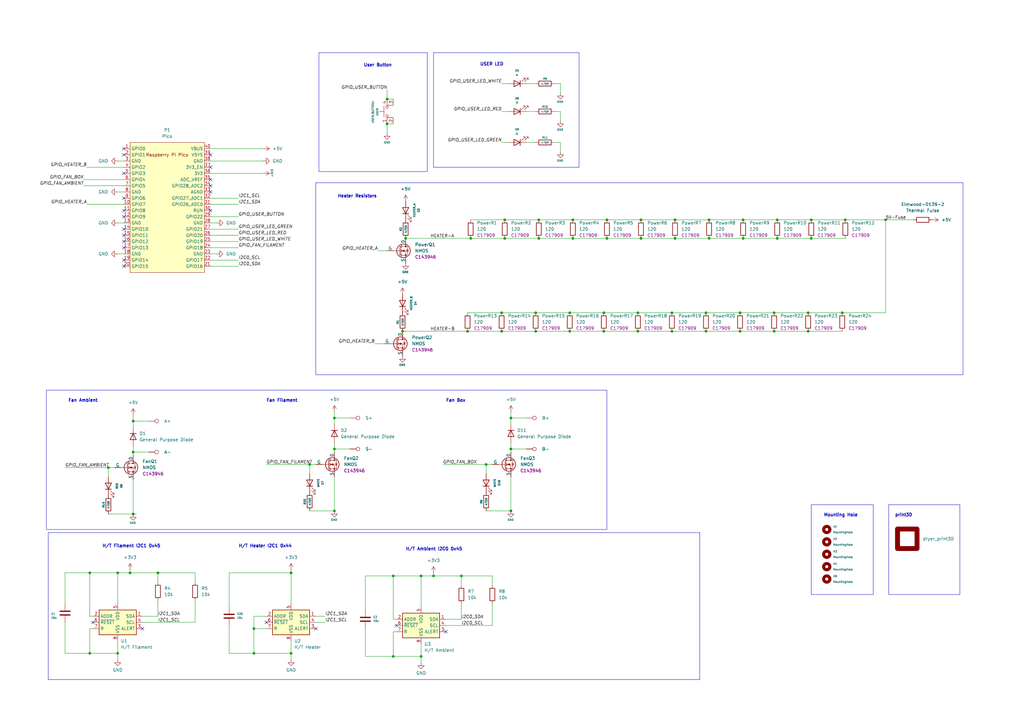
<source format=kicad_sch>
(kicad_sch (version 20230121) (generator eeschema)
  (paper "A3")
  (title_block (title "2023_filament_dryer") (date "2023-10-20") (rev "v1.1") (company "Salami Brother") (comment 1 "Released under MIT Open-source License"))
  (junction (at 233.68 128.27))
  (junction (at 346.71 90.17))
  (junction (at 36.83 267.97))
  (junction (at 36.83 234.95))
  (junction (at 172.72 269.24))
  (junction (at 44.45 191.77))
  (junction (at 289.56 135.89))
  (junction (at 161.29 236.22))
  (junction (at 247.65 135.89))
  (junction (at 220.98 97.79))
  (junction (at 205.74 128.27))
  (junction (at 345.44 128.27))
  (junction (at 177.8 236.22))
  (junction (at 53.34 234.95))
  (junction (at 276.86 97.79))
  (junction (at 209.55 171.45))
  (junction (at 331.47 128.27))
  (junction (at 207.01 90.17))
  (junction (at 191.77 135.89))
  (junction (at 48.26 267.97))
  (junction (at 199.39 190.5))
  (junction (at 158.75 50.8))
  (junction (at 318.77 90.17))
  (junction (at 207.01 97.79))
  (junction (at 332.74 97.79))
  (junction (at 193.04 97.79))
  (junction (at 275.59 135.89))
  (junction (at 289.56 128.27))
  (junction (at 276.86 90.17))
  (junction (at 189.23 236.22))
  (junction (at 158.75 40.64))
  (junction (at 165.1 135.89))
  (junction (at 290.83 97.79))
  (junction (at 161.29 269.24))
  (junction (at 220.98 90.17))
  (junction (at 234.95 97.79))
  (junction (at 248.92 90.17))
  (junction (at 219.71 135.89))
  (junction (at 137.16 171.45))
  (junction (at 137.16 209.55))
  (junction (at 64.77 234.95))
  (junction (at 247.65 128.27))
  (junction (at 275.59 128.27))
  (junction (at 317.5 135.89))
  (junction (at 48.26 234.95))
  (junction (at 262.89 90.17))
  (junction (at 290.83 90.17))
  (junction (at 234.95 90.17))
  (junction (at 54.61 210.82))
  (junction (at 248.92 97.79))
  (junction (at 119.38 234.95))
  (junction (at 332.74 90.17))
  (junction (at 166.37 97.79))
  (junction (at 54.61 172.72))
  (junction (at 304.8 97.79))
  (junction (at 104.14 267.97))
  (junction (at 209.55 209.55))
  (junction (at 303.53 135.89))
  (junction (at 137.16 184.15))
  (junction (at 331.47 135.89))
  (junction (at 262.89 97.79))
  (junction (at 54.61 185.42))
  (junction (at 119.38 267.97))
  (junction (at 303.53 128.27))
  (junction (at 127 190.5))
  (junction (at 261.62 135.89))
  (junction (at 233.68 135.89))
  (junction (at 172.72 236.22))
  (junction (at 104.14 257.81))
  (junction (at 219.71 128.27))
  (junction (at 317.5 128.27))
  (junction (at 261.62 128.27))
  (junction (at 363.22 90.17))
  (junction (at 304.8 90.17))
  (junction (at 318.77 97.79))
  (junction (at 205.74 135.89))
  (junction (at 209.55 184.15))
  (no_connect (at 38.1 255.27))
  (no_connect (at 50.8 60.96))
  (no_connect (at 50.8 88.9))
  (no_connect (at 50.8 96.52))
  (no_connect (at 58.42 257.81))
  (no_connect (at 50.8 81.28))
  (no_connect (at 86.36 68.58))
  (no_connect (at 50.8 106.68))
  (no_connect (at 162.56 256.54))
  (no_connect (at 50.8 93.98))
  (no_connect (at 109.22 255.27))
  (no_connect (at 50.8 109.22))
  (no_connect (at 50.8 71.12))
  (no_connect (at 50.8 101.6))
  (no_connect (at 86.36 86.36))
  (no_connect (at 86.36 76.2))
  (no_connect (at 129.54 257.81))
  (no_connect (at 50.8 86.36))
  (no_connect (at 50.8 63.5))
  (no_connect (at 86.36 63.5))
  (no_connect (at 50.8 99.06))
  (no_connect (at 182.88 259.08))
  (no_connect (at 86.36 73.66))
  (no_connect (at 86.36 78.74))
  (wire (pts (xy 345.44 128.27) (xy 363.22 128.27)))
  (wire (pts (xy 137.16 171.45) (xy 143.51 171.45)))
  (wire (pts (xy 303.53 128.27) (xy 317.5 128.27)))
  (wire (pts (xy 104.14 267.97) (xy 119.38 267.97)))
  (wire (pts (xy 54.61 185.42) (xy 60.96 185.42)))
  (wire (pts (xy 36.83 267.97) (xy 48.26 267.97)))
  (wire (pts (xy 48.26 78.74) (xy 50.8 78.74)))
  (wire (pts (xy 199.39 194.31) (xy 199.39 190.5)))
  (wire (pts (xy 182.88 254) (xy 189.23 254)))
  (wire (pts (xy 97.79 101.6) (xy 86.36 101.6)))
  (wire (pts (xy 215.9 45.72) (xy 219.71 45.72)))
  (wire (pts (xy 248.92 97.79) (xy 262.89 97.79)))
  (wire (pts (xy 177.8 236.22) (xy 189.23 236.22)))
  (wire (pts (xy 215.9 34.29) (xy 219.71 34.29)))
  (wire (pts (xy 162.56 254) (xy 161.29 254)))
  (wire (pts (xy 154.94 102.87) (xy 158.75 102.87)))
  (wire (pts (xy 149.86 236.22) (xy 161.29 236.22)))
  (wire (pts (xy 97.79 96.52) (xy 86.36 96.52)))
  (wire (pts (xy 229.87 45.72) (xy 229.87 49.53)))
  (wire (pts (xy 247.65 135.89) (xy 261.62 135.89)))
  (wire (pts (xy 209.55 181.61) (xy 209.55 184.15)))
  (wire (pts (xy 104.14 252.73) (xy 104.14 257.81)))
  (wire (pts (xy 209.55 195.58) (xy 209.55 209.55)))
  (wire (pts (xy 227.33 34.29) (xy 229.87 34.29)))
  (wire (pts (xy 119.38 247.65) (xy 119.38 234.95)))
  (wire (pts (xy 48.26 66.04) (xy 50.8 66.04)))
  (wire (pts (xy 129.54 255.27) (xy 133.35 255.27)))
  (wire (pts (xy 166.37 97.79) (xy 193.04 97.79)))
  (wire (pts (xy 207.01 97.79) (xy 220.98 97.79)))
  (wire (pts (xy 332.74 97.79) (xy 346.71 97.79)))
  (wire (pts (xy 86.36 60.96) (xy 107.95 60.96)))
  (wire (pts (xy 86.36 71.12) (xy 107.95 71.12)))
  (wire (pts (xy 205.74 128.27) (xy 219.71 128.27)))
  (wire (pts (xy 26.67 234.95) (xy 36.83 234.95)))
  (wire (pts (xy 54.61 170.18) (xy 54.61 172.72)))
  (wire (pts (xy 46.99 191.77) (xy 44.45 191.77)))
  (wire (pts (xy 276.86 97.79) (xy 290.83 97.79)))
  (wire (pts (xy 48.26 247.65) (xy 48.26 234.95)))
  (wire (pts (xy 97.79 109.22) (xy 86.36 109.22)))
  (wire (pts (xy 137.16 195.58) (xy 137.16 209.55)))
  (wire (pts (xy 304.8 97.79) (xy 318.77 97.79)))
  (wire (pts (xy 209.55 168.91) (xy 209.55 171.45)))
  (wire (pts (xy 64.77 238.76) (xy 64.77 234.95)))
  (wire (pts (xy 93.98 234.95) (xy 93.98 248.92)))
  (wire (pts (xy 44.45 210.82) (xy 54.61 210.82)))
  (wire (pts (xy 158.75 40.64) (xy 161.29 40.64)))
  (wire (pts (xy 119.38 267.97) (xy 119.38 270.51)))
  (wire (pts (xy 182.88 256.54) (xy 201.93 256.54)))
  (wire (pts (xy 363.22 90.17) (xy 374.65 90.17)))
  (wire (pts (xy 177.8 236.22) (xy 172.72 236.22)))
  (wire (pts (xy 332.74 90.17) (xy 346.71 90.17)))
  (wire (pts (xy 275.59 135.89) (xy 289.56 135.89)))
  (wire (pts (xy 48.26 267.97) (xy 48.26 270.51)))
  (wire (pts (xy 104.14 257.81) (xy 109.22 257.81)))
  (wire (pts (xy 215.9 58.42) (xy 219.71 58.42)))
  (wire (pts (xy 129.54 252.73) (xy 133.35 252.73)))
  (wire (pts (xy 205.74 58.42) (xy 208.28 58.42)))
  (wire (pts (xy 317.5 135.89) (xy 331.47 135.89)))
  (wire (pts (xy 80.01 246.38) (xy 80.01 255.27)))
  (wire (pts (xy 93.98 234.95) (xy 119.38 234.95)))
  (wire (pts (xy 262.89 90.17) (xy 276.86 90.17)))
  (wire (pts (xy 205.74 34.29) (xy 208.28 34.29)))
  (wire (pts (xy 172.72 264.16) (xy 172.72 269.24)))
  (wire (pts (xy 93.98 267.97) (xy 104.14 267.97)))
  (wire (pts (xy 161.29 259.08) (xy 161.29 269.24)))
  (wire (pts (xy 38.1 252.73) (xy 36.83 252.73)))
  (wire (pts (xy 318.77 97.79) (xy 332.74 97.79)))
  (wire (pts (xy 191.77 135.89) (xy 205.74 135.89)))
  (wire (pts (xy 53.34 234.95) (xy 64.77 234.95)))
  (wire (pts (xy 36.83 257.81) (xy 36.83 267.97)))
  (wire (pts (xy 205.74 135.89) (xy 219.71 135.89)))
  (wire (pts (xy 189.23 236.22) (xy 201.93 236.22)))
  (wire (pts (xy 189.23 240.03) (xy 189.23 236.22)))
  (wire (pts (xy 153.67 140.97) (xy 157.48 140.97)))
  (wire (pts (xy 93.98 267.97) (xy 93.98 256.54)))
  (wire (pts (xy 290.83 90.17) (xy 304.8 90.17)))
  (wire (pts (xy 227.33 58.42) (xy 229.87 58.42)))
  (wire (pts (xy 207.01 90.17) (xy 220.98 90.17)))
  (wire (pts (xy 35.56 83.82) (xy 50.8 83.82)))
  (wire (pts (xy 261.62 135.89) (xy 275.59 135.89)))
  (wire (pts (xy 54.61 172.72) (xy 54.61 175.26)))
  (wire (pts (xy 233.68 128.27) (xy 247.65 128.27)))
  (wire (pts (xy 88.9 91.44) (xy 86.36 91.44)))
  (wire (pts (xy 193.04 90.17) (xy 207.01 90.17)))
  (wire (pts (xy 80.01 234.95) (xy 80.01 238.76)))
  (wire (pts (xy 109.22 252.73) (xy 104.14 252.73)))
  (wire (pts (xy 363.22 90.17) (xy 363.22 128.27)))
  (wire (pts (xy 119.38 233.68) (xy 119.38 234.95)))
  (wire (pts (xy 97.79 99.06) (xy 86.36 99.06)))
  (wire (pts (xy 149.86 269.24) (xy 149.86 257.81)))
  (wire (pts (xy 290.83 97.79) (xy 304.8 97.79)))
  (wire (pts (xy 54.61 196.85) (xy 54.61 210.82)))
  (wire (pts (xy 161.29 259.08) (xy 162.56 259.08)))
  (wire (pts (xy 261.62 128.27) (xy 275.59 128.27)))
  (wire (pts (xy 158.75 36.83) (xy 158.75 40.64)))
  (wire (pts (xy 161.29 236.22) (xy 161.29 254)))
  (wire (pts (xy 233.68 135.89) (xy 247.65 135.89)))
  (wire (pts (xy 276.86 90.17) (xy 290.83 90.17)))
  (wire (pts (xy 172.72 248.92) (xy 172.72 236.22)))
  (wire (pts (xy 137.16 181.61) (xy 137.16 184.15)))
  (wire (pts (xy 193.04 97.79) (xy 207.01 97.79)))
  (wire (pts (xy 137.16 184.15) (xy 137.16 185.42)))
  (wire (pts (xy 205.74 45.72) (xy 208.28 45.72)))
  (wire (pts (xy 220.98 90.17) (xy 234.95 90.17)))
  (wire (pts (xy 119.38 262.89) (xy 119.38 267.97)))
  (wire (pts (xy 48.26 91.44) (xy 50.8 91.44)))
  (wire (pts (xy 262.89 97.79) (xy 276.86 97.79)))
  (wire (pts (xy 104.14 257.81) (xy 104.14 267.97)))
  (wire (pts (xy 247.65 128.27) (xy 261.62 128.27)))
  (wire (pts (xy 137.16 171.45) (xy 137.16 173.99)))
  (wire (pts (xy 191.77 128.27) (xy 205.74 128.27)))
  (wire (pts (xy 219.71 128.27) (xy 233.68 128.27)))
  (wire (pts (xy 209.55 171.45) (xy 215.9 171.45)))
  (wire (pts (xy 317.5 128.27) (xy 331.47 128.27)))
  (wire (pts (xy 53.34 234.95) (xy 48.26 234.95)))
  (wire (pts (xy 34.29 76.2) (xy 50.8 76.2)))
  (wire (pts (xy 199.39 190.5) (xy 181.61 190.5)))
  (wire (pts (xy 318.77 90.17) (xy 332.74 90.17)))
  (wire (pts (xy 201.93 236.22) (xy 201.93 240.03)))
  (wire (pts (xy 137.16 184.15) (xy 143.51 184.15)))
  (wire (pts (xy 189.23 247.65) (xy 189.23 254)))
  (wire (pts (xy 127 209.55) (xy 137.16 209.55)))
  (wire (pts (xy 44.45 191.77) (xy 44.45 195.58)))
  (wire (pts (xy 86.36 66.04) (xy 107.95 66.04)))
  (wire (pts (xy 346.71 90.17) (xy 363.22 90.17)))
  (wire (pts (xy 161.29 269.24) (xy 172.72 269.24)))
  (wire (pts (xy 161.29 236.22) (xy 172.72 236.22)))
  (wire (pts (xy 58.42 252.73) (xy 64.77 252.73)))
  (wire (pts (xy 26.67 234.95) (xy 26.67 247.65)))
  (wire (pts (xy 234.95 90.17) (xy 248.92 90.17)))
  (wire (pts (xy 36.83 234.95) (xy 36.83 252.73)))
  (wire (pts (xy 97.79 81.28) (xy 86.36 81.28)))
  (wire (pts (xy 209.55 184.15) (xy 215.9 184.15)))
  (wire (pts (xy 229.87 34.29) (xy 229.87 38.1)))
  (wire (pts (xy 97.79 88.9) (xy 86.36 88.9)))
  (wire (pts (xy 229.87 58.42) (xy 229.87 62.23)))
  (wire (pts (xy 201.93 190.5) (xy 199.39 190.5)))
  (wire (pts (xy 53.34 233.68) (xy 53.34 234.95)))
  (wire (pts (xy 35.56 68.58) (xy 50.8 68.58)))
  (wire (pts (xy 64.77 246.38) (xy 64.77 252.73)))
  (wire (pts (xy 234.95 97.79) (xy 248.92 97.79)))
  (wire (pts (xy 26.67 255.27) (xy 26.67 267.97)))
  (wire (pts (xy 289.56 128.27) (xy 303.53 128.27)))
  (wire (pts (xy 64.77 234.95) (xy 80.01 234.95)))
  (wire (pts (xy 44.45 191.77) (xy 26.67 191.77)))
  (wire (pts (xy 220.98 97.79) (xy 234.95 97.79)))
  (wire (pts (xy 275.59 128.27) (xy 289.56 128.27)))
  (wire (pts (xy 289.56 135.89) (xy 303.53 135.89)))
  (wire (pts (xy 149.86 236.22) (xy 149.86 250.19)))
  (wire (pts (xy 199.39 209.55) (xy 209.55 209.55)))
  (wire (pts (xy 177.8 234.95) (xy 177.8 236.22)))
  (wire (pts (xy 209.55 171.45) (xy 209.55 173.99)))
  (wire (pts (xy 149.86 269.24) (xy 161.29 269.24)))
  (wire (pts (xy 127 190.5) (xy 109.22 190.5)))
  (wire (pts (xy 97.79 93.98) (xy 86.36 93.98)))
  (wire (pts (xy 48.26 262.89) (xy 48.26 267.97)))
  (wire (pts (xy 129.54 190.5) (xy 127 190.5)))
  (wire (pts (xy 165.1 135.89) (xy 191.77 135.89)))
  (wire (pts (xy 54.61 182.88) (xy 54.61 185.42)))
  (wire (pts (xy 54.61 185.42) (xy 54.61 186.69)))
  (wire (pts (xy 36.83 234.95) (xy 48.26 234.95)))
  (wire (pts (xy 219.71 135.89) (xy 233.68 135.89)))
  (wire (pts (xy 172.72 269.24) (xy 172.72 271.78)))
  (wire (pts (xy 36.83 257.81) (xy 38.1 257.81)))
  (wire (pts (xy 201.93 247.65) (xy 201.93 256.54)))
  (wire (pts (xy 331.47 128.27) (xy 345.44 128.27)))
  (wire (pts (xy 88.9 104.14) (xy 86.36 104.14)))
  (wire (pts (xy 58.42 255.27) (xy 80.01 255.27)))
  (wire (pts (xy 209.55 184.15) (xy 209.55 185.42)))
  (wire (pts (xy 97.79 106.68) (xy 86.36 106.68)))
  (wire (pts (xy 303.53 135.89) (xy 317.5 135.89)))
  (wire (pts (xy 227.33 45.72) (xy 229.87 45.72)))
  (wire (pts (xy 158.75 50.8) (xy 158.75 54.61)))
  (wire (pts (xy 137.16 168.91) (xy 137.16 171.45)))
  (wire (pts (xy 48.26 104.14) (xy 50.8 104.14)))
  (wire (pts (xy 34.29 73.66) (xy 50.8 73.66)))
  (wire (pts (xy 158.75 50.8) (xy 161.29 50.8)))
  (wire (pts (xy 248.92 90.17) (xy 262.89 90.17)))
  (wire (pts (xy 331.47 135.89) (xy 345.44 135.89)))
  (wire (pts (xy 304.8 90.17) (xy 318.77 90.17)))
  (wire (pts (xy 26.67 267.97) (xy 36.83 267.97)))
  (wire (pts (xy 54.61 210.82) (xy 55.88 210.82)))
  (wire (pts (xy 97.79 83.82) (xy 86.36 83.82)))
  (wire (pts (xy 54.61 172.72) (xy 60.96 172.72)))
  (wire (pts (xy 127 194.31) (xy 127 190.5)))
  (rectangle (start 19.7544 218.44) (end 287.02 278.7068))
  (rectangle (start 129.54 74.93) (end 394.97 153.67))
  (rectangle (start 364.49 207.01) (end 393.7 243.84))
  (rectangle (start 332.74 207.01) (end 358.14 243.84))
  (rectangle (start 177.8 21.59) (end 237.49 68.58))
  (rectangle (start 130.81 21.59) (end 175.26 70.358))
  (rectangle (start 19.05 160.02) (end 248.92 217.17))
  (text "Mounting Hole" (at 337.82 212.09 0) (effects (font (size 1.27 1.27) (thickness 0.254) bold) (justify left bottom)))
  (text "User Button" (at 149.098 27.559 0) (effects (font (size 1.27 1.27) (thickness 0.254) bold) (justify left bottom)))
  (text "USER LED" (at 196.85 27.178 0) (effects (font (size 1.27 1.27) (thickness 0.254) bold) (justify left bottom)))
  (text "H/T Ambient I2C0 0x45" (at 166.37 226.06 0) (effects (font (size 1.27 1.27) (thickness 0.254) bold) (justify left bottom)))
  (text "Fan Filament" (at 109.22 165.1 0) (effects (font (size 1.27 1.27) (thickness 0.254) bold) (justify left bottom)))
  (text "Heater Resistors" (at 138.43 81.28 0) (effects (font (size 1.27 1.27) (thickness 0.254) bold) (justify left bottom)))
  (text "Fan Box" (at 182.88 165.1 0) (effects (font (size 1.27 1.27) (thickness 0.254) bold) (justify left bottom)))
  (text "print3D" (at 367.03 212.09 0) (effects (font (size 1.27 1.27) (thickness 0.254) bold) (justify left bottom)))
  (text "Fan Ambient" (at 27.94 165.1 0) (effects (font (size 1.27 1.27) (thickness 0.254) bold) (justify left bottom)))
  (text "H/T Heater I2C1 0x44" (at 97.79 224.79 0) (effects (font (size 1.27 1.27) (thickness 0.254) bold) (justify left bottom)))
  (text "H/T Filament I2C1 0x45" (at 41.91 224.79 0) (effects (font (size 1.27 1.27) (thickness 0.254) bold) (justify left bottom)))
  (label "I2C0_SDA" (at 97.79 109.22 0) (effects (font italic)))
  (label "GPIO_HEATER_B" (at 153.67 140.97 180) (effects (font italic)))
  (label "GPIO_FAN_FILAMENT" (at 97.79 101.6 0) (effects (font italic)))
  (label "I2C1_SDA" (at 133.35 252.73 0) (effects (font italic)))
  (label "GPIO_FAN_AMBIENT" (at 26.67 191.77 0) (effects (font italic)))
  (label "I2C0_SCL" (at 189.23 256.54 0) (effects (font italic)))
  (label "GPIO_FAN_AMBIENT" (at 34.29 76.2 180) (effects (font italic)))
  (label "I2C1_SCL" (at 133.35 255.27 0) (effects (font italic)))
  (label "GPIO_USER_LED_WHITE" (at 97.79 99.06 0) (effects (font italic)))
  (label "GPIO_USER_LED_GREEN" (at 97.79 93.98 0) (effects (font italic)))
  (label "GPIO_USER_BUTTON" (at 97.79 88.9 0) (effects (font italic)))
  (label "HEATER-B" (at 176.53 135.89 0))
  (label "I2C1_SDA" (at 97.79 83.82 0) (effects (font italic)))
  (label "I2C1_SCL" (at 97.79 81.28 0) (effects (font italic)))
  (label "I2C1_SCL" (at 64.77 255.27 0) (effects (font italic)))
  (label "I2C1_SDA" (at 64.77 252.73 0) (effects (font italic)))
  (label "GPIO_USER_LED_RED" (at 205.74 45.72 180) (effects (font italic)))
  (label "GPIO_HEATER_B" (at 35.56 68.58 180) (effects (font italic)))
  (label "GPIO_USER_LED_RED" (at 97.79 96.52 0) (effects (font italic)))
  (label "GPIO_FAN_BOX" (at 181.61 190.5 0) (effects (font italic)))
  (label "HEATER-A" (at 176.53 97.79 0))
  (label "GPIO_USER_LED_GREEN" (at 205.74 58.42 180) (effects (font italic)))
  (label "GPIO_USER_LED_WHITE" (at 205.74 34.29 180) (effects (font italic)))
  (label "GPIO_HEATER_A" (at 154.94 102.87 180) (effects (font italic)))
  (label "I2C0_SCL" (at 97.79 106.68 0) (effects (font italic)))
  (label "GPIO_FAN_BOX" (at 34.29 73.66 180) (effects (font italic)))
  (label "GPIO_HEATER_A" (at 35.56 83.82 180) (effects (font italic)))
  (label "GPIO_USER_BUTTON" (at 158.75 36.83 180) (effects (font italic)))
  (label "GPIO_FAN_FILAMENT" (at 109.22 190.5 0) (effects (font italic)))
  (label "5V-Fuse" (at 363.22 90.17 0))
  (label "I2C0_SDA" (at 189.23 254 0) (effects (font italic)))
  (symbol (lib_id "00_project_library:R") (at 165.1 132.08 0) (unit 1)
    (property "Reference" "R1" (at 163.1442 132.08 90) (effects (font (size 0.8 0.8))))
    (property "Value" "470R" (at 165.2016 132.08 90) (effects (font (size 0.8 0.8))))
    (property "Footprint" "Resistor_SMD:R_0402_1005Metric_Pad0.72x0.64mm_HandSolder" (effects hide))
  )
  (symbol (lib_id "00_project_library:SHT31-DIS") (at 119.38 255.27 0) (unit 1)
    (property "Reference" "U2" (at 120.65 262.89 0) (effects (justify left)))
    (property "Value" "H/T Heater" (at 120.65 265.43 0) (effects (justify left)))
    (property "Footprint" "00_project_library:SON50P250X250X90-9T110X180N" (effects hide))
    (property "Datasheet" "https://datasheet.lcsc.com/lcsc/2302021430_Sensirion-SHT31-DIS-B2-5kS_C80862.pdf" (effects hide))
    (property "JLC" "C80862" (effects hide))
  )
  (symbol (lib_id "00_project_library:GeneralPurposeDiode") (at 54.61 179.07 270) (unit 1)
    (property "Reference" "D1" (at 57.15 177.8 90) (effects (justify left)))
    (property "Value" "General Purpose Diode" (at 57.15 180.34 90) (effects (justify left)))
    (property "Footprint" "00_project_library:D_SMA" (effects hide))
    (property "Datasheet" "https://datasheet.lcsc.com/lcsc/2303141030_MDD-Microdiode-Electronics--M7_C95872.pdf" (effects hide))
    (property "Sim.Device" "D" (effects hide))
    (property "Sim.Pins" "1=K 2=A" (effects hide))
    (property "JLC Part" "C95872" (effects hide))
  )
  (symbol (lib_id "power:+5V") (at 382.27 90.17 270) (unit 1)
    (property "Reference" "#PWR03" (effects hide))
    (property "Value" "+5V" (at 386.08 90.17 90) (effects (justify left)))
  )
  (symbol (lib_id "power:GND") (at 88.9 104.14 90) (unit 1)
    (property "Reference" "#PWR020" (effects hide))
    (property "Value" "GND" (at 92.71 104.14 90) (effects (justify right)))
  )
  (symbol (lib_id "00_project_library:MountingHole") (at 339.09 237.49 0) (unit 1)
    (property "Reference" "H5" (at 341.63 236.3216 0) (effects (font (size 0.8 0.8)) (justify left)))
    (property "Value" "MountingHole" (at 341.63 238.633 0) (effects (font (size 0.8 0.8)) (justify left)))
    (property "Footprint" "00_project_library:MountingHole_3.2mm_M3" (effects hide))
  )
  (symbol (lib_id "00_project_library:R") (at 199.39 205.74 0) (unit 1)
    (property "Reference" "R6" (at 197.4342 205.74 90) (effects (font (size 0.8 0.8))))
    (property "Value" "470R" (at 199.4916 205.74 90) (effects (font (size 0.8 0.8))))
    (property "Footprint" "Resistor_SMD:R_0402_1005Metric_Pad0.72x0.64mm_HandSolder" (effects hide))
  )
  (symbol (lib_id "00_project_library:R") (at 201.93 243.84 0) (unit 1)
    (property "Reference" "R8" (at 204.4955 242.57 0) (effects (justify left)))
    (property "Value" "10k" (at 204.4955 245.11 0) (effects (justify left)))
    (property "Footprint" "Resistor_SMD:R_0402_1005Metric_Pad0.72x0.64mm_HandSolder" (effects hide))
  )
  (symbol (lib_id "power:+3V3") (at 107.95 71.12 270) (unit 1)
    (property "Reference" "#PWR012" (effects hide))
    (property "Value" "+3V3" (at 111.5822 70.993 0) (effects (font (size 0.8 0.8))))
  )
  (symbol (lib_id "power:GND") (at 209.55 209.55 0) (unit 1)
    (property "Reference" "#PWR018" (effects hide))
    (property "Value" "GND" (at 209.423 213.1822 0) (effects (font (size 0.8 0.8))))
  )
  (symbol (lib_id "00_project_library:R_POWER") (at 247.65 132.08 0) (unit 1)
    (property "Reference" "PowerR17" (at 250.19 129.54 0) (effects (justify left)))
    (property "Value" "120" (at 250.19 132.08 0) (effects (justify left)))
    (property "Footprint" "Resistor_SMD:R_1206_3216Metric" (effects hide))
    (property "Datasheet" "https://datasheet.lcsc.com/lcsc/2206010145_UNI-ROYAL-Uniroyal-Elec-1206W4F1200T5E_C17909.pdf" (effects hide))
    (property "JLC Part" "C17909" (at 250.19 134.62 0) (effects (justify left)))
  )
  (symbol (lib_id "power:+3V3") (at 119.38 233.68 0) (unit 1)
    (property "Reference" "#PWR035" (effects hide))
    (property "Value" "+3V3" (at 119.38 228.6 0))
  )
  (symbol (lib_id "00_project_library:LED") (at 199.39 198.12 90) (unit 1)
    (property "Reference" "D10" (at 204.724 198.0565 0) (effects (font (size 0.8 0.8))))
    (property "Value" "WHITE" (at 202.946 198.0565 0) (effects (font (size 0.8 0.8))))
    (property "Footprint" "00_project_library:LED_0603_1608Metric" (effects hide))
    (property "JLC" "C2290" (effects hide))
  )
  (symbol (lib_id "power:GND") (at 137.16 209.55 0) (unit 1)
    (property "Reference" "#PWR045" (effects hide))
    (property "Value" "GND" (at 137.033 213.1822 0) (effects (font (size 0.8 0.8))))
  )
  (symbol (lib_id "power:GND") (at 54.61 210.82 0) (unit 1)
    (property "Reference" "#PWR042" (effects hide))
    (property "Value" "GND" (at 54.483 214.4522 0) (effects (font (size 0.8 0.8))))
  )
  (symbol (lib_id "00_project_library:R_POWER") (at 205.74 132.08 0) (unit 1)
    (property "Reference" "PowerR14" (at 208.28 129.54 0) (effects (justify left)))
    (property "Value" "120" (at 208.28 132.08 0) (effects (justify left)))
    (property "Footprint" "Resistor_SMD:R_1206_3216Metric" (effects hide))
    (property "Datasheet" "https://datasheet.lcsc.com/lcsc/2206010145_UNI-ROYAL-Uniroyal-Elec-1206W4F1200T5E_C17909.pdf" (effects hide))
    (property "JLC Part" "C17909" (at 208.28 134.62 0) (effects (justify left)))
  )
  (symbol (lib_id "00_project_library:R_POWER") (at 345.44 132.08 0) (unit 1)
    (property "Reference" "PowerR24" (at 347.98 129.54 0) (effects (justify left)))
    (property "Value" "120" (at 347.98 132.08 0) (effects (justify left)))
    (property "Footprint" "Resistor_SMD:R_1206_3216Metric" (effects hide))
    (property "Datasheet" "https://datasheet.lcsc.com/lcsc/2206010145_UNI-ROYAL-Uniroyal-Elec-1206W4F1200T5E_C17909.pdf" (effects hide))
    (property "JLC Part" "C17909" (at 347.98 134.62 0) (effects (justify left)))
  )
  (symbol (lib_id "00_project_library:LED") (at 165.1 124.46 90) (unit 1)
    (property "Reference" "D4" (at 170.434 124.3965 0) (effects (font (size 0.8 0.8))))
    (property "Value" "HEATER_B" (at 168.656 124.3965 0) (effects (font (size 0.8 0.8))))
    (property "Footprint" "00_project_library:LED_0603_1608Metric" (effects hide))
    (property "JLC" "C2286" (effects hide))
  )
  (symbol (lib_id "Connector:TestPoint") (at 215.9 171.45 270) (unit 1)
    (property "Reference" "TP1" (effects hide))
    (property "Value" "B+" (at 222.25 171.45 90) (effects (justify left)))
    (property "Footprint" "TestPoint:TestPoint_Pad_D3.0mm" (effects hide))
  )
  (symbol (lib_id "00_project_library:LED") (at 127 198.12 90) (unit 1)
    (property "Reference" "D7" (at 132.334 198.0565 0) (effects (font (size 0.8 0.8))))
    (property "Value" "WHITE" (at 130.556 198.0565 0) (effects (font (size 0.8 0.8))))
    (property "Footprint" "00_project_library:LED_0603_1608Metric" (effects hide))
    (property "JLC" "C2290" (effects hide))
  )
  (symbol (lib_id "power:+5V") (at 137.16 168.91 0) (unit 1)
    (property "Reference" "#PWR044" (effects hide))
    (property "Value" "+5V" (at 137.16 163.83 0))
  )
  (symbol (lib_id "00_project_library:GeneralPurposeDiode") (at 137.16 177.8 270) (unit 1)
    (property "Reference" "D2" (at 139.7 176.53 90) (effects (justify left)))
    (property "Value" "General Purpose Diode" (at 139.7 179.07 90) (effects (justify left)))
    (property "Footprint" "00_project_library:D_SMA" (effects hide))
    (property "Datasheet" "https://datasheet.lcsc.com/lcsc/2303141030_MDD-Microdiode-Electronics--M7_C95872.pdf" (effects hide))
    (property "Sim.Device" "D" (effects hide))
    (property "Sim.Pins" "1=K 2=A" (effects hide))
    (property "JLC Part" "C95872" (effects hide))
  )
  (symbol (lib_id "00_project_library:NMOS") (at 163.83 102.87 0) (unit 1)
    (property "Reference" "PowerQ1" (at 170.18 100.33 0) (effects (justify left)))
    (property "Value" "NMOS" (at 170.18 102.87 0) (effects (justify left)))
    (property "Footprint" "00_project_library:SOT-23" (effects hide))
    (property "Datasheet" "https://datasheet.lcsc.com/lcsc/1810010522_Infineon-Technologies-IRLML6244TRPBF_C143946.pdf" (effects hide))
    (property "Sim.Device" "NMOS" (effects hide))
    (property "Sim.Type" "VDMOS" (effects hide))
    (property "JLC Part" "C143946" (at 170.18 105.41 0) (effects (justify left)))
  )
  (symbol (lib_id "power:GND") (at 88.9 91.44 90) (unit 1)
    (property "Reference" "#PWR017" (effects hide))
    (property "Value" "GND" (at 92.71 91.44 90) (effects (justify right)))
  )
  (symbol (lib_id "00_project_library:R_POWER") (at 219.71 132.08 0) (unit 1)
    (property "Reference" "PowerR15" (at 222.25 129.54 0) (effects (justify left)))
    (property "Value" "120" (at 222.25 132.08 0) (effects (justify left)))
    (property "Footprint" "Resistor_SMD:R_1206_3216Metric" (effects hide))
    (property "Datasheet" "https://datasheet.lcsc.com/lcsc/2206010145_UNI-ROYAL-Uniroyal-Elec-1206W4F1200T5E_C17909.pdf" (effects hide))
    (property "JLC Part" "C17909" (at 222.25 134.62 0) (effects (justify left)))
  )
  (symbol (lib_id "00_project_library:SHT31-DIS") (at 48.26 255.27 0) (unit 1)
    (property "Reference" "U1" (at 49.53 262.89 0) (effects (justify left)))
    (property "Value" "H/T Filament" (at 49.53 265.43 0) (effects (justify left)))
    (property "Footprint" "00_project_library:SON50P250X250X90-9T110X180N" (effects hide))
    (property "Datasheet" "https://datasheet.lcsc.com/lcsc/2302021430_Sensirion-SHT31-DIS-B2-5kS_C80862.pdf" (effects hide))
    (property "JLC" "C80862" (effects hide))
  )
  (symbol (lib_id "power:+5V") (at 165.1 120.65 0) (unit 1)
    (property "Reference" "#PWR04" (effects hide))
    (property "Value" "+5V" (at 165.1 115.57 0))
  )
  (symbol (lib_id "power:GND") (at 48.26 270.51 0) (unit 1)
    (property "Reference" "#PWR07" (effects hide))
    (property "Value" "GND" (at 48.26 274.798 0))
  )
  (symbol (lib_id "00_project_library:C") (at 149.86 254 0) (unit 1)
    (property "Reference" "C2" (at 153.035 253.0856 0) (effects (font (size 0.8 0.8)) (justify left)))
    (property "Value" "10u" (at 153.035 254.635 0) (effects (font (size 0.8 0.8)) (justify left)))
    (property "Footprint" "Capacitor_SMD:C_0603_1608Metric" (effects hide))
    (property "JLC" "C96446" (effects hide))
  )
  (symbol (lib_id "00_project_library:R_POWER") (at 233.68 132.08 0) (unit 1)
    (property "Reference" "PowerR16" (at 236.22 129.54 0) (effects (justify left)))
    (property "Value" "120" (at 236.22 132.08 0) (effects (justify left)))
    (property "Footprint" "Resistor_SMD:R_1206_3216Metric" (effects hide))
    (property "Datasheet" "https://datasheet.lcsc.com/lcsc/2206010145_UNI-ROYAL-Uniroyal-Elec-1206W4F1200T5E_C17909.pdf" (effects hide))
    (property "JLC Part" "C17909" (at 236.22 134.62 0) (effects (justify left)))
  )
  (symbol (lib_id "00_project_library:C") (at 93.98 252.73 0) (unit 1)
    (property "Reference" "C20" (at 97.155 251.8156 0) (effects (font (size 0.8 0.8)) (justify left)))
    (property "Value" "10u" (at 97.155 253.365 0) (effects (font (size 0.8 0.8)) (justify left)))
    (property "Footprint" "Capacitor_SMD:C_0603_1608Metric" (effects hide))
    (property "JCL" "C96446" (effects hide))
  )
  (symbol (lib_id "00_project_library:GeneralPurposeDiode") (at 209.55 177.8 270) (unit 1)
    (property "Reference" "D11" (at 212.09 176.53 90) (effects (justify left)))
    (property "Value" "General Purpose Diode" (at 212.09 179.07 90) (effects (justify left)))
    (property "Footprint" "00_project_library:D_SMA" (effects hide))
    (property "Datasheet" "https://datasheet.lcsc.com/lcsc/2303141030_MDD-Microdiode-Electronics--M7_C95872.pdf" (effects hide))
    (property "Sim.Device" "D" (effects hide))
    (property "Sim.Pins" "1=K 2=A" (effects hide))
    (property "JLC Part" "C95872" (effects hide))
  )
  (symbol (lib_id "00_project_library:R_POWER") (at 346.71 93.98 0) (unit 1)
    (property "Reference" "PowerR12" (at 349.25 91.44 0) (effects (justify left)))
    (property "Value" "120" (at 349.25 93.98 0) (effects (justify left)))
    (property "Footprint" "Resistor_SMD:R_1206_3216Metric" (effects hide))
    (property "Datasheet" "https://datasheet.lcsc.com/lcsc/2206010145_UNI-ROYAL-Uniroyal-Elec-1206W4F1200T5E_C17909.pdf" (effects hide))
    (property "JLC Part" "C17909" (at 349.25 96.52 0) (effects (justify left)))
  )
  (symbol (lib_id "Connector:TestPoint") (at 143.51 184.15 270) (unit 1)
    (property "Reference" "TP10" (effects hide))
    (property "Value" "S-" (at 149.86 184.15 90) (effects (justify left)))
    (property "Footprint" "TestPoint:TestPoint_Pad_D3.0mm" (effects hide))
  )
  (symbol (lib_id "00_project_library:R") (at 127 205.74 0) (unit 1)
    (property "Reference" "R20" (at 125.0442 205.74 90) (effects (font (size 0.8 0.8))))
    (property "Value" "470R" (at 127.1016 205.74 90) (effects (font (size 0.8 0.8))))
    (property "Footprint" "Resistor_SMD:R_0402_1005Metric_Pad0.72x0.64mm_HandSolder" (effects hide))
  )
  (symbol (lib_id "00_project_library:R") (at 223.52 58.42 270) (unit 1)
    (property "Reference" "R11" (at 223.52 56.4642 90) (effects (font (size 0.8 0.8))))
    (property "Value" "470R" (at 223.52 58.5216 90) (effects (font (size 0.8 0.8))))
    (property "Footprint" "Resistor_SMD:R_0402_1005Metric_Pad0.72x0.64mm_HandSolder" (effects hide))
  )
  (symbol (lib_id "00_project_library:R") (at 223.52 45.72 270) (unit 1)
    (property "Reference" "R10" (at 223.52 43.7642 90) (effects (font (size 0.8 0.8))))
    (property "Value" "470R" (at 223.52 45.8216 90) (effects (font (size 0.8 0.8))))
    (property "Footprint" "Resistor_SMD:R_0402_1005Metric_Pad0.72x0.64mm_HandSolder" (effects hide))
  )
  (symbol (lib_id "00_project_library:NMOS") (at 52.07 191.77 0) (unit 1)
    (property "Reference" "FanQ1" (at 58.42 189.23 0) (effects (justify left)))
    (property "Value" "NMOS" (at 58.42 191.77 0) (effects (justify left)))
    (property "Footprint" "00_project_library:SOT-23" (effects hide))
    (property "Datasheet" "https://datasheet.lcsc.com/lcsc/1810010522_Infineon-Technologies-IRLML6244TRPBF_C143946.pdf" (effects hide))
    (property "Sim.Device" "NMOS" (effects hide))
    (property "Sim.Type" "VDMOS" (effects hide))
    (property "JLC Part" "C143946" (at 58.42 194.31 0) (effects (justify left)))
  )
  (symbol (lib_id "power:+5V") (at 209.55 168.91 0) (unit 1)
    (property "Reference" "#PWR06" (effects hide))
    (property "Value" "+5V" (at 209.55 163.83 0))
  )
  (symbol (lib_id "00_project_library:R") (at 80.01 242.57 0) (unit 1)
    (property "Reference" "R5" (at 82.5755 241.3 0) (effects (justify left)))
    (property "Value" "10k" (at 82.5755 243.84 0) (effects (justify left)))
    (property "Footprint" "Resistor_SMD:R_0402_1005Metric_Pad0.72x0.64mm_HandSolder" (effects hide))
  )
  (symbol (lib_id "00_project_library:Thermal_Fuse") (at 378.46 90.17 90) (unit 1) (in_bom no)
    (property "Reference" "Elmwood-D139-2" (at 378.46 83.82 90))
    (property "Value" "Thermal Fulse" (at 378.46 86.36 90))
    (property "Footprint" "00_project_library:Thermal Fuse (R_Axial_Power_L25.0mm_W6.4mm_P27.94mm)" (effects hide))
  )
  (symbol (lib_id "00_project_library:R_POWER") (at 191.77 132.08 0) (unit 1)
    (property "Reference" "PowerR13" (at 194.31 129.54 0) (effects (justify left)))
    (property "Value" "120" (at 194.31 132.08 0) (effects (justify left)))
    (property "Footprint" "Resistor_SMD:R_1206_3216Metric" (effects hide))
    (property "Datasheet" "https://datasheet.lcsc.com/lcsc/2206010145_UNI-ROYAL-Uniroyal-Elec-1206W4F1200T5E_C17909.pdf" (effects hide))
    (property "JLC Part" "C17909" (at 194.31 134.62 0) (effects (justify left)))
  )
  (symbol (lib_id "00_project_library:R_POWER") (at 318.77 93.98 0) (unit 1)
    (property "Reference" "PowerR10" (at 321.31 91.44 0) (effects (justify left)))
    (property "Value" "120" (at 321.31 93.98 0) (effects (justify left)))
    (property "Footprint" "Resistor_SMD:R_1206_3216Metric" (effects hide))
    (property "Datasheet" "https://datasheet.lcsc.com/lcsc/2206010145_UNI-ROYAL-Uniroyal-Elec-1206W4F1200T5E_C17909.pdf" (effects hide))
    (property "JLC Part" "C17909" (at 321.31 96.52 0) (effects (justify left)))
  )
  (symbol (lib_id "power:GND") (at 48.26 91.44 270) (unit 1)
    (property "Reference" "#PWR023" (effects hide))
    (property "Value" "GND" (at 44.45 91.44 90) (effects (justify right)))
  )
  (symbol (lib_id "00_project_library:LED") (at 212.09 34.29 180) (unit 1)
    (property "Reference" "D5" (at 212.0265 28.956 0) (effects (font (size 0.8 0.8))))
    (property "Value" "W" (at 212.0265 30.734 0) (effects (font (size 0.8 0.8))))
    (property "Footprint" "00_project_library:LED_0603_1608Metric" (effects hide))
    (property "JLC" "C2290" (effects hide))
  )
  (symbol (lib_id "00_project_library:R_POWER") (at 289.56 132.08 0) (unit 1)
    (property "Reference" "PowerR20" (at 292.1 129.54 0) (effects (justify left)))
    (property "Value" "120" (at 292.1 132.08 0) (effects (justify left)))
    (property "Footprint" "Resistor_SMD:R_1206_3216Metric" (effects hide))
    (property "Datasheet" "https://datasheet.lcsc.com/lcsc/2206010145_UNI-ROYAL-Uniroyal-Elec-1206W4F1200T5E_C17909.pdf" (effects hide))
    (property "JLC Part" "C17909" (at 292.1 134.62 0) (effects (justify left)))
  )
  (symbol (lib_id "00_project_library:C") (at 26.67 251.46 0) (unit 1)
    (property "Reference" "C1" (at 20.955 251.8156 0) (effects (font (size 0.8 0.8)) (justify left)))
    (property "Value" "10u" (at 20.955 253.365 0) (effects (font (size 0.8 0.8)) (justify left)))
    (property "Footprint" "Capacitor_SMD:C_0603_1608Metric" (effects hide))
    (property "JLC" "C96446" (effects hide))
  )
  (symbol (lib_id "00_project_library:R") (at 223.52 34.29 270) (unit 1)
    (property "Reference" "R9" (at 223.52 32.3342 90) (effects (font (size 0.8 0.8))))
    (property "Value" "470R" (at 223.52 34.3916 90) (effects (font (size 0.8 0.8))))
    (property "Footprint" "Resistor_SMD:R_0402_1005Metric_Pad0.72x0.64mm_HandSolder" (effects hide))
  )
  (symbol (lib_id "power:GND") (at 48.26 66.04 270) (unit 1)
    (property "Reference" "#PWR021" (effects hide))
    (property "Value" "GND" (at 44.45 66.04 90) (effects (justify right)))
  )
  (symbol (lib_id "00_project_library:R_POWER") (at 331.47 132.08 0) (unit 1)
    (property "Reference" "PowerR23" (at 334.01 129.54 0) (effects (justify left)))
    (property "Value" "120" (at 334.01 132.08 0) (effects (justify left)))
    (property "Footprint" "Resistor_SMD:R_1206_3216Metric" (effects hide))
    (property "Datasheet" "https://datasheet.lcsc.com/lcsc/2206010145_UNI-ROYAL-Uniroyal-Elec-1206W4F1200T5E_C17909.pdf" (effects hide))
    (property "JLC Part" "C17909" (at 334.01 134.62 0) (effects (justify left)))
  )
  (symbol (lib_id "power:+3V3") (at 177.8 234.95 0) (unit 1)
    (property "Reference" "#PWR010" (effects hide))
    (property "Value" "+3V3" (at 177.8 229.87 0))
  )
  (symbol (lib_id "00_project_library:MountingHole") (at 339.09 227.33 0) (unit 1)
    (property "Reference" "H3" (at 341.63 226.1616 0) (effects (font (size 0.8 0.8)) (justify left)))
    (property "Value" "MountingHole" (at 341.63 228.473 0) (effects (font (size 0.8 0.8)) (justify left)))
    (property "Footprint" "00_project_library:MountingHole_3.2mm_M3" (effects hide))
  )
  (symbol (lib_id "00_project_library:MountingHole") (at 339.09 217.17 0) (unit 1)
    (property "Reference" "H1" (at 341.63 216.0016 0) (effects (font (size 0.8 0.8)) (justify left)))
    (property "Value" "MountingHole" (at 341.63 218.313 0) (effects (font (size 0.8 0.8)) (justify left)))
    (property "Footprint" "00_project_library:MountingHole_3.2mm_M3" (effects hide))
  )
  (symbol (lib_id "power:GND") (at 229.87 49.53 0) (unit 1)
    (property "Reference" "#PWR026" (effects hide))
    (property "Value" "GND" (at 229.743 53.1622 0) (effects (font (size 0.8 0.8))))
  )
  (symbol (lib_id "power:+5V") (at 107.95 60.96 270) (unit 1)
    (property "Reference" "#PWR016" (effects hide))
    (property "Value" "+5V" (at 111.76 60.96 90) (effects (justify left)))
  )
  (symbol (lib_id "00_project_library:LED") (at 212.09 45.72 180) (unit 1)
    (property "Reference" "D8" (at 212.0265 40.386 0) (effects (font (size 0.8 0.8))))
    (property "Value" "R" (at 212.0265 42.164 0) (effects (font (size 0.8 0.8))))
    (property "Footprint" "00_project_library:LED_0603_1608Metric" (effects hide))
    (property "JLC" "C2286" (effects hide))
  )
  (symbol (lib_id "power:GND") (at 229.87 62.23 0) (unit 1)
    (property "Reference" "#PWR028" (effects hide))
    (property "Value" "GND" (at 229.743 65.8622 0) (effects (font (size 0.8 0.8))))
  )
  (symbol (lib_id "00_project_library:R") (at 64.77 242.57 0) (unit 1)
    (property "Reference" "R4" (at 67.3355 241.3 0) (effects (justify left)))
    (property "Value" "10k" (at 67.3355 243.84 0) (effects (justify left)))
    (property "Footprint" "Resistor_SMD:R_0402_1005Metric_Pad0.72x0.64mm_HandSolder" (effects hide))
  )
  (symbol (lib_id "00_project_library:R_POWER") (at 303.53 132.08 0) (unit 1)
    (property "Reference" "PowerR21" (at 306.07 129.54 0) (effects (justify left)))
    (property "Value" "120" (at 306.07 132.08 0) (effects (justify left)))
    (property "Footprint" "Resistor_SMD:R_1206_3216Metric" (effects hide))
    (property "Datasheet" "https://datasheet.lcsc.com/lcsc/2206010145_UNI-ROYAL-Uniroyal-Elec-1206W4F1200T5E_C17909.pdf" (effects hide))
    (property "JLC Part" "C17909" (at 306.07 134.62 0) (effects (justify left)))
  )
  (symbol (lib_id "00_project_library:NMOS") (at 162.56 140.97 0) (unit 1)
    (property "Reference" "PowerQ2" (at 168.91 138.43 0) (effects (justify left)))
    (property "Value" "NMOS" (at 168.91 140.97 0) (effects (justify left)))
    (property "Footprint" "00_project_library:SOT-23" (effects hide))
    (property "Datasheet" "https://datasheet.lcsc.com/lcsc/1810010522_Infineon-Technologies-IRLML6244TRPBF_C143946.pdf" (effects hide))
    (property "Sim.Device" "NMOS" (effects hide))
    (property "Sim.Type" "VDMOS" (effects hide))
    (property "JLC Part" "C143946" (at 168.91 143.51 0) (effects (justify left)))
  )
  (symbol (lib_id "00_project_library:R_POWER") (at 248.92 93.98 0) (unit 1)
    (property "Reference" "PowerR5" (at 251.46 91.44 0) (effects (justify left)))
    (property "Value" "120" (at 251.46 93.98 0) (effects (justify left)))
    (property "Footprint" "Resistor_SMD:R_1206_3216Metric" (effects hide))
    (property "Datasheet" "https://datasheet.lcsc.com/lcsc/2206010145_UNI-ROYAL-Uniroyal-Elec-1206W4F1200T5E_C17909.pdf" (effects hide))
    (property "JLC Part" "C17909" (at 251.46 96.52 0) (effects (justify left)))
  )
  (symbol (lib_id "power:+3V3") (at 53.34 233.68 0) (unit 1)
    (property "Reference" "#PWR08" (effects hide))
    (property "Value" "+3V3" (at 53.34 228.6 0))
  )
  (symbol (lib_id "00_project_library:R") (at 44.45 207.01 0) (unit 1)
    (property "Reference" "R19" (at 42.4942 207.01 90) (effects (font (size 0.8 0.8))))
    (property "Value" "470R" (at 44.5516 207.01 90) (effects (font (size 0.8 0.8))))
    (property "Footprint" "Resistor_SMD:R_0402_1005Metric_Pad0.72x0.64mm_HandSolder" (effects hide))
  )
  (symbol (lib_id "Connector:TestPoint") (at 60.96 172.72 270) (unit 1)
    (property "Reference" "TP7" (effects hide))
    (property "Value" "A+" (at 67.31 172.72 90) (effects (justify left)))
    (property "Footprint" "TestPoint:TestPoint_Pad_D3.0mm" (effects hide))
  )
  (symbol (lib_id "00_project_library:LED") (at 212.09 58.42 180) (unit 1)
    (property "Reference" "D9" (at 212.0265 53.086 0) (effects (font (size 0.8 0.8))))
    (property "Value" "G" (at 212.0265 54.864 0) (effects (font (size 0.8 0.8))))
    (property "Footprint" "00_project_library:LED_0603_1608Metric" (effects hide))
    (property "JLC" "C2297" (effects hide))
  )
  (symbol (lib_id "00_project_library:dryer_print3d") (at 372.11 220.98 0) (unit 1) (in_bom no)
    (property "Reference" "dryer_print3D1" (effects hide))
    (property "Value" "dryer_print3D" (at 378.46 220.98 0) (effects (justify left)))
    (property "Footprint" "00_project_library:dryer_print3d" (effects hide))
  )
  (symbol (lib_id "00_project_library:R_POWER") (at 262.89 93.98 0) (unit 1)
    (property "Reference" "PowerR6" (at 265.43 91.44 0) (effects (justify left)))
    (property "Value" "120" (at 265.43 93.98 0) (effects (justify left)))
    (property "Footprint" "Resistor_SMD:R_1206_3216Metric" (effects hide))
    (property "Datasheet" "https://datasheet.lcsc.com/lcsc/2206010145_UNI-ROYAL-Uniroyal-Elec-1206W4F1200T5E_C17909.pdf" (effects hide))
    (property "JLC Part" "C17909" (at 265.43 96.52 0) (effects (justify left)))
  )
  (symbol (lib_id "power:+5V") (at 166.37 82.55 0) (unit 1)
    (property "Reference" "#PWR01" (effects hide))
    (property "Value" "+5V" (at 166.37 77.47 0))
  )
  (symbol (lib_id "00_project_library:MountingHole") (at 339.09 232.41 0) (unit 1)
    (property "Reference" "H4" (at 341.63 231.2416 0) (effects (font (size 0.8 0.8)) (justify left)))
    (property "Value" "MountingHole" (at 341.63 233.553 0) (effects (font (size 0.8 0.8)) (justify left)))
    (property "Footprint" "00_project_library:MountingHole_3.2mm_M3" (effects hide))
  )
  (symbol (lib_id "00_project_library:SW_MEC_5E") (at 161.29 45.72 90) (unit 1)
    (property "Reference" "USER_BUTTON1" (at 152.947 45.9229 0) (effects (font (size 0.8 0.8))))
    (property "Value" "USER" (at 154.725 45.9229 0) (effects (font (size 0.8 0.8))))
    (property "Footprint" "00_project_library:SW_TS-1187A-B-A-B" (effects hide))
    (property "Datasheet" "https://datasheet.lcsc.com/lcsc/2304140030_XKB-Connectivity-TS-1187A-B-A-B_C318884.pdf" (effects hide))
    (property "JLC" "C318884" (effects hide))
  )
  (symbol (lib_id "00_project_library:R_POWER") (at 220.98 93.98 0) (unit 1)
    (property "Reference" "PowerR3" (at 223.52 91.44 0) (effects (justify left)))
    (property "Value" "120" (at 223.52 93.98 0) (effects (justify left)))
    (property "Footprint" "Resistor_SMD:R_1206_3216Metric" (effects hide))
    (property "Datasheet" "https://datasheet.lcsc.com/lcsc/2206010145_UNI-ROYAL-Uniroyal-Elec-1206W4F1200T5E_C17909.pdf" (effects hide))
    (property "JLC Part" "C17909" (at 223.52 96.52 0) (effects (justify left)))
  )
  (symbol (lib_id "Connector:TestPoint") (at 60.96 185.42 270) (unit 1)
    (property "Reference" "TP8" (effects hide))
    (property "Value" "A-" (at 67.31 185.42 90) (effects (justify left)))
    (property "Footprint" "TestPoint:TestPoint_Pad_D3.0mm" (effects hide))
  )
  (symbol (lib_id "power:GND") (at 119.38 270.51 0) (unit 1)
    (property "Reference" "#PWR015" (effects hide))
    (property "Value" "GND" (at 119.38 274.798 0))
  )
  (symbol (lib_id "00_project_library:R_POWER") (at 317.5 132.08 0) (unit 1)
    (property "Reference" "PowerR22" (at 320.04 129.54 0) (effects (justify left)))
    (property "Value" "120" (at 320.04 132.08 0) (effects (justify left)))
    (property "Footprint" "Resistor_SMD:R_1206_3216Metric" (effects hide))
    (property "Datasheet" "https://datasheet.lcsc.com/lcsc/2206010145_UNI-ROYAL-Uniroyal-Elec-1206W4F1200T5E_C17909.pdf" (effects hide))
    (property "JLC Part" "C17909" (at 320.04 134.62 0) (effects (justify left)))
  )
  (symbol (lib_id "00_project_library:R") (at 166.37 93.98 0) (unit 1)
    (property "Reference" "R2" (at 164.4142 93.98 90) (effects (font (size 0.8 0.8))))
    (property "Value" "470R" (at 166.4716 93.98 90) (effects (font (size 0.8 0.8))))
    (property "Footprint" "Resistor_SMD:R_0402_1005Metric_Pad0.72x0.64mm_HandSolder" (effects hide))
  )
  (symbol (lib_id "00_project_library:R_POWER") (at 207.01 93.98 0) (unit 1)
    (property "Reference" "PowerR2" (at 209.55 91.44 0) (effects (justify left)))
    (property "Value" "120" (at 209.55 93.98 0) (effects (justify left)))
    (property "Footprint" "Resistor_SMD:R_1206_3216Metric" (effects hide))
    (property "Datasheet" "https://datasheet.lcsc.com/lcsc/2206010145_UNI-ROYAL-Uniroyal-Elec-1206W4F1200T5E_C17909.pdf" (effects hide))
    (property "JLC Part" "C17909" (at 209.55 96.52 0) (effects (justify left)))
  )
  (symbol (lib_id "power:+5V") (at 54.61 170.18 0) (unit 1)
    (property "Reference" "#PWR043" (effects hide))
    (property "Value" "+5V" (at 54.61 165.1 0))
  )
  (symbol (lib_id "00_project_library:R_POWER") (at 234.95 93.98 0) (unit 1)
    (property "Reference" "PowerR4" (at 237.49 91.44 0) (effects (justify left)))
    (property "Value" "120" (at 237.49 93.98 0) (effects (justify left)))
    (property "Footprint" "Resistor_SMD:R_1206_3216Metric" (effects hide))
    (property "Datasheet" "https://datasheet.lcsc.com/lcsc/2206010145_UNI-ROYAL-Uniroyal-Elec-1206W4F1200T5E_C17909.pdf" (effects hide))
    (property "JLC Part" "C17909" (at 237.49 96.52 0) (effects (justify left)))
  )
  (symbol (lib_id "Connector:TestPoint") (at 215.9 184.15 270) (unit 1)
    (property "Reference" "TP2" (effects hide))
    (property "Value" "B-" (at 222.25 184.15 90) (effects (justify left)))
    (property "Footprint" "TestPoint:TestPoint_Pad_D3.0mm" (effects hide))
  )
  (symbol (lib_id "00_project_library:R") (at 189.23 243.84 0) (unit 1)
    (property "Reference" "R7" (at 191.7955 242.57 0) (effects (justify left)))
    (property "Value" "10k" (at 191.7955 245.11 0) (effects (justify left)))
    (property "Footprint" "Resistor_SMD:R_0402_1005Metric_Pad0.72x0.64mm_HandSolder" (effects hide))
  )
  (symbol (lib_id "00_project_library:LED") (at 166.37 86.36 90) (unit 1)
    (property "Reference" "D3" (at 171.704 86.2965 0) (effects (font (size 0.8 0.8))))
    (property "Value" "HEATER_A" (at 169.926 86.2965 0) (effects (font (size 0.8 0.8))))
    (property "Footprint" "00_project_library:LED_0603_1608Metric" (effects hide))
    (property "JLC" "C2286" (effects hide))
  )
  (symbol (lib_id "00_project_library:R_POWER") (at 332.74 93.98 0) (unit 1)
    (property "Reference" "PowerR11" (at 335.28 91.44 0) (effects (justify left)))
    (property "Value" "120" (at 335.28 93.98 0) (effects (justify left)))
    (property "Footprint" "Resistor_SMD:R_1206_3216Metric" (effects hide))
    (property "Datasheet" "https://datasheet.lcsc.com/lcsc/2206010145_UNI-ROYAL-Uniroyal-Elec-1206W4F1200T5E_C17909.pdf" (effects hide))
    (property "JLC Part" "C17909" (at 335.28 96.52 0) (effects (justify left)))
  )
  (symbol (lib_id "00_project_library:Pico") (at 68.58 85.09 0) (unit 1) (in_bom no)
    (property "Reference" "P1" (at 68.58 53.34 0))
    (property "Value" "Pico" (at 68.58 55.88 0))
    (property "Footprint" "00_project_library:RPi_Pico" (effects hide))
  )
  (symbol (lib_id "00_project_library:SHT31-DIS") (at 172.72 256.54 0) (unit 1)
    (property "Reference" "U3" (at 173.99 264.16 0) (effects (justify left)))
    (property "Value" "H/T Ambient" (at 173.99 266.7 0) (effects (justify left)))
    (property "Footprint" "00_project_library:SON50P250X250X90-9T110X180N" (effects hide))
    (property "Datasheet" "https://datasheet.lcsc.com/lcsc/2302021430_Sensirion-SHT31-DIS-B2-5kS_C80862.pdf" (effects hide))
    (property "JLC" "C80862" (effects hide))
  )
  (symbol (lib_id "00_project_library:NMOS") (at 207.01 190.5 0) (unit 1)
    (property "Reference" "FanQ3" (at 213.36 187.96 0) (effects (justify left)))
    (property "Value" "NMOS" (at 213.36 190.5 0) (effects (justify left)))
    (property "Footprint" "00_project_library:SOT-23" (effects hide))
    (property "Datasheet" "https://datasheet.lcsc.com/lcsc/1810010522_Infineon-Technologies-IRLML6244TRPBF_C143946.pdf" (effects hide))
    (property "Sim.Device" "NMOS" (effects hide))
    (property "Sim.Type" "VDMOS" (effects hide))
    (property "JLC Part" "C143946" (at 213.36 193.04 0) (effects (justify left)))
  )
  (symbol (lib_id "power:GND") (at 48.26 78.74 270) (unit 1)
    (property "Reference" "#PWR022" (effects hide))
    (property "Value" "GND" (at 44.45 78.74 90) (effects (justify right)))
  )
  (symbol (lib_id "00_project_library:MountingHole") (at 339.09 222.25 0) (unit 1)
    (property "Reference" "H2" (at 341.63 221.0816 0) (effects (font (size 0.8 0.8)) (justify left)))
    (property "Value" "MountingHole" (at 341.63 223.393 0) (effects (font (size 0.8 0.8)) (justify left)))
    (property "Footprint" "00_project_library:MountingHole_3.2mm_M3" (effects hide))
  )
  (symbol (lib_id "00_project_library:R_POWER") (at 193.04 93.98 0) (unit 1)
    (property "Reference" "PowerR1" (at 195.58 91.44 0) (effects (justify left)))
    (property "Value" "120" (at 195.58 93.98 0) (effects (justify left)))
    (property "Footprint" "Resistor_SMD:R_1206_3216Metric" (effects hide))
    (property "Datasheet" "https://datasheet.lcsc.com/lcsc/2206010145_UNI-ROYAL-Uniroyal-Elec-1206W4F1200T5E_C17909.pdf" (effects hide))
    (property "JLC Part" "C17909" (at 195.58 96.52 0) (effects (justify left)))
  )
  (symbol (lib_id "Connector:TestPoint") (at 143.51 171.45 270) (unit 1)
    (property "Reference" "TP9" (effects hide))
    (property "Value" "S+" (at 149.86 171.45 90) (effects (justify left)))
    (property "Footprint" "TestPoint:TestPoint_Pad_D3.0mm" (effects hide))
  )
  (symbol (lib_id "00_project_library:R_POWER") (at 304.8 93.98 0) (unit 1)
    (property "Reference" "PowerR9" (at 307.34 91.44 0) (effects (justify left)))
    (property "Value" "120" (at 307.34 93.98 0) (effects (justify left)))
    (property "Footprint" "Resistor_SMD:R_1206_3216Metric" (effects hide))
    (property "Datasheet" "https://datasheet.lcsc.com/lcsc/2206010145_UNI-ROYAL-Uniroyal-Elec-1206W4F1200T5E_C17909.pdf" (effects hide))
    (property "JLC Part" "C17909" (at 307.34 96.52 0) (effects (justify left)))
  )
  (symbol (lib_id "00_project_library:NMOS") (at 134.62 190.5 0) (unit 1)
    (property "Reference" "FanQ2" (at 140.97 187.96 0) (effects (justify left)))
    (property "Value" "NMOS" (at 140.97 190.5 0) (effects (justify left)))
    (property "Footprint" "00_project_library:SOT-23" (effects hide))
    (property "Datasheet" "https://datasheet.lcsc.com/lcsc/1810010522_Infineon-Technologies-IRLML6244TRPBF_C143946.pdf" (effects hide))
    (property "Sim.Device" "NMOS" (effects hide))
    (property "Sim.Type" "VDMOS" (effects hide))
    (property "JLC Part" "C143946" (at 140.97 193.04 0) (effects (justify left)))
  )
  (symbol (lib_id "power:GND") (at 165.1 146.05 0) (unit 1)
    (property "Reference" "#PWR05" (effects hide))
    (property "Value" "GND" (at 164.973 149.6822 0) (effects (font (size 0.8 0.8))))
  )
  (symbol (lib_id "power:GND") (at 48.26 104.14 270) (unit 1)
    (property "Reference" "#PWR024" (effects hide))
    (property "Value" "GND" (at 44.45 104.14 90) (effects (justify right)))
  )
  (symbol (lib_id "power:GND") (at 107.95 66.04 90) (unit 1)
    (property "Reference" "#PWR014" (effects hide))
    (property "Value" "GND" (at 111.76 66.04 90) (effects (justify right)))
  )
  (symbol (lib_id "00_project_library:LED") (at 44.45 199.39 90) (unit 1)
    (property "Reference" "D6" (at 49.784 199.3265 0) (effects (font (size 0.8 0.8))))
    (property "Value" "RED" (at 48.006 199.3265 0) (effects (font (size 0.8 0.8))))
    (property "Footprint" "00_project_library:LED_0603_1608Metric" (effects hide))
    (property "JLC" "C2286" (effects hide))
  )
  (symbol (lib_id "00_project_library:R_POWER") (at 290.83 93.98 0) (unit 1)
    (property "Reference" "PowerR8" (at 293.37 91.44 0) (effects (justify left)))
    (property "Value" "120" (at 293.37 93.98 0) (effects (justify left)))
    (property "Footprint" "Resistor_SMD:R_1206_3216Metric" (effects hide))
    (property "Datasheet" "https://datasheet.lcsc.com/lcsc/2206010145_UNI-ROYAL-Uniroyal-Elec-1206W4F1200T5E_C17909.pdf" (effects hide))
    (property "JLC Part" "C17909" (at 293.37 96.52 0) (effects (justify left)))
  )
  (symbol (lib_id "power:GND") (at 229.87 38.1 0) (unit 1)
    (property "Reference" "#PWR027" (effects hide))
    (property "Value" "GND" (at 229.743 41.7322 0) (effects (font (size 0.8 0.8))))
  )
  (symbol (lib_id "00_project_library:R_POWER") (at 275.59 132.08 0) (unit 1)
    (property "Reference" "PowerR19" (at 278.13 129.54 0) (effects (justify left)))
    (property "Value" "120" (at 278.13 132.08 0) (effects (justify left)))
    (property "Footprint" "Resistor_SMD:R_1206_3216Metric" (effects hide))
    (property "Datasheet" "https://datasheet.lcsc.com/lcsc/2206010145_UNI-ROYAL-Uniroyal-Elec-1206W4F1200T5E_C17909.pdf" (effects hide))
    (property "JLC Part" "C17909" (at 278.13 134.62 0) (effects (justify left)))
  )
  (symbol (lib_id "00_project_library:R_POWER") (at 261.62 132.08 0) (unit 1)
    (property "Reference" "PowerR18" (at 264.16 129.54 0) (effects (justify left)))
    (property "Value" "120" (at 264.16 132.08 0) (effects (justify left)))
    (property "Footprint" "Resistor_SMD:R_1206_3216Metric" (effects hide))
    (property "Datasheet" "https://datasheet.lcsc.com/lcsc/2206010145_UNI-ROYAL-Uniroyal-Elec-1206W4F1200T5E_C17909.pdf" (effects hide))
    (property "JLC Part" "C17909" (at 264.16 134.62 0) (effects (justify left)))
  )
  (symbol (lib_id "00_project_library:R_POWER") (at 276.86 93.98 0) (unit 1)
    (property "Reference" "PowerR7" (at 279.4 91.44 0) (effects (justify left)))
    (property "Value" "120" (at 279.4 93.98 0) (effects (justify left)))
    (property "Footprint" "Resistor_SMD:R_1206_3216Metric" (effects hide))
    (property "Datasheet" "https://datasheet.lcsc.com/lcsc/2206010145_UNI-ROYAL-Uniroyal-Elec-1206W4F1200T5E_C17909.pdf" (effects hide))
    (property "JLC Part" "C17909" (at 279.4 96.52 0) (effects (justify left)))
  )
  (symbol (lib_id "power:GND") (at 166.37 107.95 0) (unit 1)
    (property "Reference" "#PWR02" (effects hide))
    (property "Value" "GND" (at 166.243 111.5822 0) (effects (font (size 0.8 0.8))))
  )
  (symbol (lib_id "power:GND") (at 158.75 54.61 0) (unit 1)
    (property "Reference" "#PWR025" (effects hide))
    (property "Value" "GND" (at 158.75 58.42 0) (effects (font (size 0.8 0.8))))
  )
  (symbol (lib_id "power:GND") (at 172.72 271.78 0) (unit 1)
    (property "Reference" "#PWR09" (effects hide))
    (property "Value" "GND" (at 172.72 276.068 0))
  )
)
</source>
